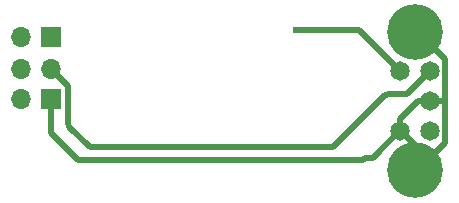
<source format=gbr>
%TF.GenerationSoftware,KiCad,Pcbnew,9.0.5*%
%TF.CreationDate,2025-10-23T12:45:05+01:00*%
%TF.ProjectId,Rotary Encoder,526f7461-7279-4204-956e-636f6465722e,rev?*%
%TF.SameCoordinates,Original*%
%TF.FileFunction,Copper,L2,Bot*%
%TF.FilePolarity,Positive*%
%FSLAX46Y46*%
G04 Gerber Fmt 4.6, Leading zero omitted, Abs format (unit mm)*
G04 Created by KiCad (PCBNEW 9.0.5) date 2025-10-23 12:45:05*
%MOMM*%
%LPD*%
G01*
G04 APERTURE LIST*
%TA.AperFunction,ComponentPad*%
%ADD10R,1.700000X1.700000*%
%TD*%
%TA.AperFunction,ComponentPad*%
%ADD11O,1.700000X1.700000*%
%TD*%
%TA.AperFunction,ComponentPad*%
%ADD12C,1.650000*%
%TD*%
%TA.AperFunction,ComponentPad*%
%ADD13C,4.710000*%
%TD*%
%TA.AperFunction,ViaPad*%
%ADD14C,0.600000*%
%TD*%
%TA.AperFunction,Conductor*%
%ADD15C,0.500000*%
%TD*%
%TA.AperFunction,Conductor*%
%ADD16C,0.200000*%
%TD*%
G04 APERTURE END LIST*
D10*
%TO.P,JK1,1,Pin_1*%
%TO.N,SWITCH*%
X115722400Y-112191800D03*
D11*
%TO.P,JK1,2,Pin_2*%
%TO.N,U3-40-PC9*%
X113182400Y-112191800D03*
%TD*%
D10*
%TO.P,J7,1,Pin_1*%
%TO.N,GND*%
X115733600Y-117454600D03*
D11*
%TO.P,J7,2,Pin_2*%
%TO.N,+5V*%
X113193600Y-117454600D03*
%TO.P,J7,3,Pin_3*%
%TO.N,ENC1*%
X115733600Y-114914600D03*
%TO.P,J7,4,Pin_4*%
%TO.N,ENC2*%
X113193600Y-114914600D03*
%TD*%
D12*
%TO.P,B1,1,A*%
%TO.N,ENC2*%
X147799600Y-120182000D03*
%TO.P,B1,2,C*%
%TO.N,GND*%
X147799600Y-117642000D03*
%TO.P,B1,3,B*%
%TO.N,ENC1*%
X147799600Y-115102000D03*
%TO.P,B1,4,E*%
%TO.N,SWITCH*%
X145299600Y-115102000D03*
%TO.P,B1,5,D*%
%TO.N,GND*%
X145299600Y-120182000D03*
D13*
%TO.P,B1,6,MH1*%
X146549600Y-111792000D03*
%TO.P,B1,7,MH2*%
X146549600Y-123492000D03*
%TD*%
D14*
%TO.N,SWITCH*%
X136448800Y-111633000D03*
%TD*%
D15*
%TO.N,SWITCH*%
X141830600Y-111633000D02*
X145299600Y-115102000D01*
X136448800Y-111633000D02*
X141830600Y-111633000D01*
%TO.N,GND*%
X146799600Y-121602000D02*
X145299600Y-120102000D01*
X142316200Y-122428000D02*
X142973600Y-122428000D01*
X149023800Y-117602000D02*
X149074600Y-117551200D01*
X115733600Y-120305600D02*
X118033800Y-122605800D01*
X142138400Y-122605800D02*
X142316200Y-122428000D01*
X147799600Y-117602000D02*
X149023800Y-117602000D01*
X145299600Y-119139800D02*
X145299600Y-120102000D01*
X146837400Y-117602000D02*
X145299600Y-119139800D01*
X149074600Y-114027000D02*
X149074600Y-117551200D01*
X146799600Y-123452000D02*
X146799600Y-121602000D01*
X146799600Y-111752000D02*
X149074600Y-114027000D01*
X142973600Y-122428000D02*
X145299600Y-120102000D01*
X149074600Y-117551200D02*
X149074600Y-121177000D01*
X115733600Y-117454600D02*
X115733600Y-120305600D01*
X149074600Y-121177000D02*
X146799600Y-123452000D01*
X147799600Y-117602000D02*
X146837400Y-117602000D01*
X118033800Y-122605800D02*
X142138400Y-122605800D01*
%TO.N,ENC1*%
X144018000Y-117119400D02*
X139598400Y-121539000D01*
X115733600Y-114914600D02*
X117170200Y-116351200D01*
X117271800Y-119786400D02*
X119024400Y-121539000D01*
D16*
X117271800Y-119634000D02*
X117271800Y-119786400D01*
D15*
X117170200Y-116351200D02*
X117170200Y-119532400D01*
X119024400Y-121539000D02*
X119735600Y-121539000D01*
X139598400Y-121539000D02*
X119735600Y-121539000D01*
D16*
X117170200Y-119532400D02*
X117271800Y-119634000D01*
D15*
X144221200Y-117017800D02*
X145883800Y-117017800D01*
X145883800Y-117017800D02*
X147799600Y-115102000D01*
X144018000Y-117221000D02*
X144221200Y-117017800D01*
%TD*%
M02*

</source>
